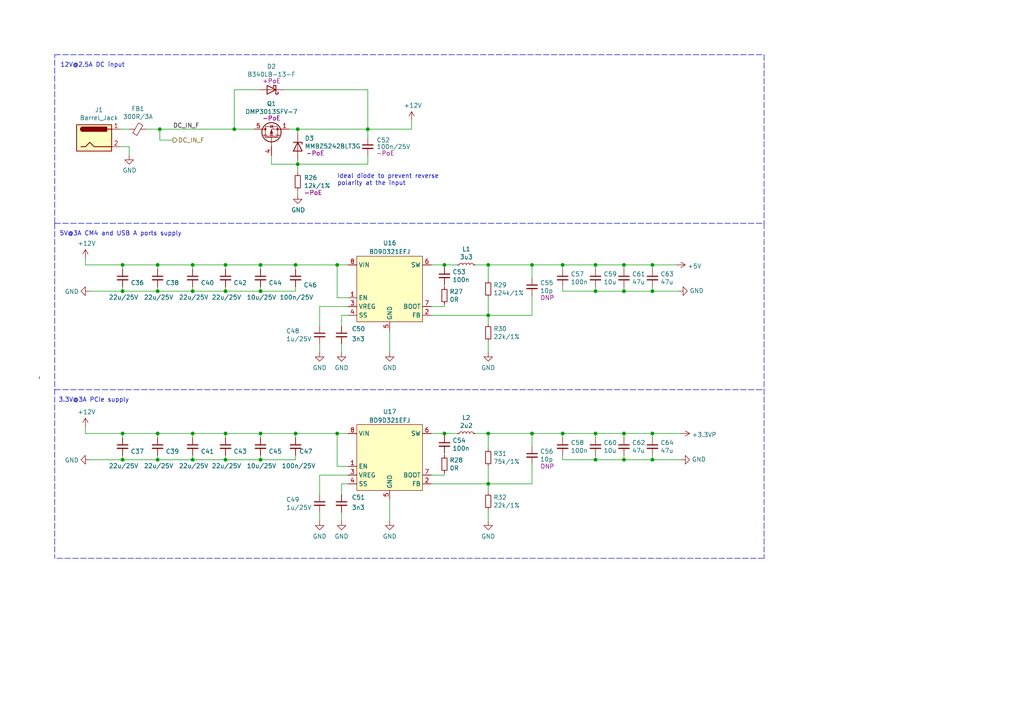
<source format=kicad_sch>
(kicad_sch (version 20210406) (generator eeschema)
  (paper "A4")
  (title_block (title "Power") (date "2021-01-12") (rev "0.1") (company "Nabu Casa") (comment 1 "www.nabucasa.com") (comment 2 "Light Blue"))
  (lib_symbols
    (symbol "Connector:Barrel_Jack" (pin_names (offset 1.016))
      (property "Reference" "J" (at 0 5.334 0))
      (property "Value" "Barrel_Jack" (at 0 -5.08 0))
      (symbol "Barrel_Jack_0_1"
        (arc (start -3.302 3.175) (end -3.302 1.905) (radius (at -3.302 2.54) (length 0.635) (angles 90.1 -90.1)) (stroke (width 0.254)))
        (arc (start -3.302 3.175) (end -3.302 1.905) (radius (at -3.302 2.54) (length 0.635) (angles 90.1 -90.1)) (stroke (width 0.254)) (fill (type outline)))
        (rectangle (start 3.683 3.175) (end -3.302 1.905) (stroke (width 0.254)) (fill (type outline)))
        (rectangle (start -5.08 3.81) (end 5.08 -3.81) (stroke (width 0.254)) (fill (type background)))
        (polyline (pts (xy 5.08 2.54) (xy 3.81 2.54)) (stroke (width 0.254)))
        (polyline (pts (xy -3.81 -2.54) (xy -2.54 -2.54) (xy -1.27 -1.27) (xy 0 -2.54) (xy 2.54 -2.54) (xy 5.08 -2.54)) (stroke (width 0.254)))
      )
      (symbol "Barrel_Jack_1_1"
        (pin passive line (at 7.62 2.54 180) (length 2.54) (name "~") (number "1"))
        (pin passive line (at 7.62 -2.54 180) (length 2.54) (name "~") (number "2"))
      )
    )
    (symbol "Device:C_Small" (pin_numbers hide) (pin_names (offset 0.254) hide)
      (property "Reference" "C" (at 0.254 1.778 0))
      (property "Value" "C_Small" (at 0.254 -2.032 0))
      (symbol "C_Small_0_1"
        (polyline (pts (xy -1.524 -0.508) (xy 1.524 -0.508)) (stroke (width 0.3302)))
        (polyline (pts (xy -1.524 0.508) (xy 1.524 0.508)) (stroke (width 0.3048)))
      )
      (symbol "C_Small_1_1"
        (pin passive line (at 0 2.54 270) (length 2.032) (name "~") (number "1"))
        (pin passive line (at 0 -2.54 90) (length 2.032) (name "~") (number "2"))
      )
    )
    (symbol "Device:D_Schottky" (pin_numbers hide) (pin_names (offset 1.016) hide)
      (property "Reference" "D" (at 0 2.54 0))
      (property "Value" "D_Schottky" (at 0 -2.54 0))
      (symbol "D_Schottky_0_1"
        (polyline (pts (xy 1.27 0) (xy -1.27 0)))
        (polyline (pts (xy 1.27 1.27) (xy 1.27 -1.27) (xy -1.27 0) (xy 1.27 1.27)) (stroke (width 0.254)))
        (polyline (pts (xy -1.905 0.635) (xy -1.905 1.27) (xy -1.27 1.27) (xy -1.27 -1.27) (xy -0.635 -1.27) (xy -0.635 -0.635)) (stroke (width 0.254)))
      )
      (symbol "D_Schottky_1_1"
        (pin passive line (at -3.81 0 0) (length 2.54) (name "K") (number "1"))
        (pin passive line (at 3.81 0 180) (length 2.54) (name "A") (number "2"))
      )
    )
    (symbol "Device:Ferrite_Bead_Small" (pin_numbers hide) (pin_names (offset 0))
      (property "Reference" "FB" (at 1.905 1.27 0))
      (property "Value" "Ferrite_Bead_Small" (at 1.905 -1.27 0))
      (symbol "Ferrite_Bead_Small_0_1"
        (polyline (pts (xy 0 -1.27) (xy 0 -0.7874)))
        (polyline (pts (xy 0 0.889) (xy 0 1.2954)))
        (polyline (pts (xy -1.8288 0.2794) (xy -1.1176 1.4986) (xy 1.8288 -0.2032) (xy 1.1176 -1.4224) (xy -1.8288 0.2794)))
      )
      (symbol "Ferrite_Bead_Small_1_1"
        (pin passive line (at 0 2.54 270) (length 1.27) (name "~") (number "1"))
        (pin passive line (at 0 -2.54 90) (length 1.27) (name "~") (number "2"))
      )
    )
    (symbol "Device:L_Small" (pin_numbers hide) (pin_names (offset 0.254) hide)
      (property "Reference" "L" (at 0.762 1.016 0))
      (property "Value" "L_Small" (at 0.762 -1.016 0))
      (symbol "L_Small_0_1"
        (arc (start 0 -2.032) (end 0 -1.016) (radius (at 0 -1.524) (length 0.508) (angles -89.9 89.9)))
        (arc (start 0 -1.016) (end 0 0) (radius (at 0 -0.508) (length 0.508) (angles -89.9 89.9)))
        (arc (start 0 0) (end 0 1.016) (radius (at 0 0.508) (length 0.508) (angles -89.9 89.9)))
        (arc (start 0 1.016) (end 0 2.032) (radius (at 0 1.524) (length 0.508) (angles -89.9 89.9)))
      )
      (symbol "L_Small_1_1"
        (pin passive line (at 0 2.54 270) (length 0.508) (name "~") (number "1"))
        (pin passive line (at 0 -2.54 90) (length 0.508) (name "~") (number "2"))
      )
    )
    (symbol "Device:R_Small" (pin_numbers hide) (pin_names (offset 0.254) hide)
      (property "Reference" "R" (at 0.762 0.508 0))
      (property "Value" "R_Small" (at 0.762 -1.016 0))
      (symbol "R_Small_0_1"
        (rectangle (start -0.762 1.778) (end 0.762 -1.778) (stroke (width 0.2032)))
      )
      (symbol "R_Small_1_1"
        (pin passive line (at 0 2.54 270) (length 0.762) (name "~") (number "1"))
        (pin passive line (at 0 -2.54 90) (length 0.762) (name "~") (number "2"))
      )
    )
    (symbol "Diode:BZX84Cxx" (pin_numbers hide) (pin_names hide)
      (property "Reference" "D" (at 0 2.54 0))
      (property "Value" "BZX84Cxx" (at 0 -2.54 0))
      (symbol "BZX84Cxx_0_1"
        (polyline (pts (xy 1.27 0) (xy -1.27 0)))
        (polyline (pts (xy -1.27 -1.27) (xy -1.27 1.27) (xy -0.762 1.27)) (stroke (width 0.254)))
        (polyline (pts (xy 1.27 -1.27) (xy 1.27 1.27) (xy -1.27 0) (xy 1.27 -1.27)) (stroke (width 0.254)))
      )
      (symbol "BZX84Cxx_1_1"
        (pin passive line (at -3.81 0 0) (length 2.54) (name "K") (number "1"))
        (pin passive line (at 3.81 0 180) (length 2.54) (name "A") (number "2"))
      )
    )
    (symbol "LightBlue:BD9D321EFJ"
      (property "Reference" "U" (at 0 13.335 0))
      (property "Value" "BD9D321EFJ" (at 0 10.795 0))
      (symbol "BD9D321EFJ_0_1"
        (rectangle (start -9.525 9.525) (end 9.525 -9.525) (stroke (width 0.1524)) (fill (type background)))
      )
      (symbol "BD9D321EFJ_1_1"
        (pin input line (at -12.065 -2.54 0) (length 2.54) (name "EN") (number "1"))
        (pin passive line (at 12.065 -7.62 180) (length 2.54) (name "FB") (number "2"))
        (pin power_out line (at -12.065 -5.08 0) (length 2.54) (name "VREG") (number "3"))
        (pin input line (at -12.065 -7.62 0) (length 2.54) (name "SS") (number "4"))
        (pin power_in line (at 0 -12.065 90) (length 2.54) (name "GND") (number "5"))
        (pin power_out line (at 12.065 6.985 180) (length 2.54) (name "SW") (number "6"))
        (pin input line (at 12.065 -5.08 180) (length 2.54) (name "BOOT") (number "7"))
        (pin power_in line (at -12.065 6.985 0) (length 2.54) (name "VIN") (number "8"))
        (pin passive line (at 0 -12.065 90) (length 2.54) hide (name "GND") (number "9"))
      )
    )
    (symbol "LightBlue:BD9D321EFJ_1"
      (property "Reference" "U" (at 0 13.335 0))
      (property "Value" "BD9D321EFJ" (at 0 10.795 0))
      (symbol "BD9D321EFJ_1_0_1"
        (rectangle (start -9.525 9.525) (end 9.525 -9.525) (stroke (width 0.1524)) (fill (type background)))
      )
      (symbol "BD9D321EFJ_1_1_1"
        (pin input line (at -12.065 -2.54 0) (length 2.54) (name "EN") (number "1"))
        (pin passive line (at 12.065 -7.62 180) (length 2.54) (name "FB") (number "2"))
        (pin power_out line (at -12.065 -5.08 0) (length 2.54) (name "VREG") (number "3"))
        (pin input line (at -12.065 -7.62 0) (length 2.54) (name "SS") (number "4"))
        (pin power_in line (at 0 -12.065 90) (length 2.54) (name "GND") (number "5"))
        (pin power_out line (at 12.065 6.985 180) (length 2.54) (name "SW") (number "6"))
        (pin input line (at 12.065 -5.08 180) (length 2.54) (name "BOOT") (number "7"))
        (pin power_in line (at -12.065 6.985 0) (length 2.54) (name "VIN") (number "8"))
        (pin passive line (at 0 -12.065 90) (length 2.54) hide (name "GND") (number "9"))
      )
    )
    (symbol "Transistor_FET:DMP3013SFV" (pin_names hide)
      (property "Reference" "Q" (at 5.08 1.905 0))
      (property "Value" "DMP3013SFV" (at 5.08 0 0))
      (symbol "DMP3013SFV_0_1"
        (circle (center 1.651 0) (radius 2.794) (stroke (width 0.254)))
        (circle (center 2.54 -1.778) (radius 0.254) (fill (type outline)))
        (circle (center 2.54 1.778) (radius 0.254) (fill (type outline)))
        (polyline (pts (xy 0.254 0) (xy -2.54 0)))
        (polyline (pts (xy 0.254 1.905) (xy 0.254 -1.905)) (stroke (width 0.254)))
        (polyline (pts (xy 0.762 -1.27) (xy 0.762 -2.286)) (stroke (width 0.254)))
        (polyline (pts (xy 0.762 0.508) (xy 0.762 -0.508)) (stroke (width 0.254)))
        (polyline (pts (xy 0.762 2.286) (xy 0.762 1.27)) (stroke (width 0.254)))
        (polyline (pts (xy 2.54 2.54) (xy 2.54 1.778)))
        (polyline (pts (xy 2.54 -2.54) (xy 2.54 0) (xy 0.762 0)))
        (polyline (pts (xy 0.762 1.778) (xy 3.302 1.778) (xy 3.302 -1.778) (xy 0.762 -1.778)))
        (polyline (pts (xy 2.794 -0.508) (xy 2.921 -0.381) (xy 3.683 -0.381) (xy 3.81 -0.254)))
        (polyline (pts (xy 3.302 -0.381) (xy 2.921 0.254) (xy 3.683 0.254) (xy 3.302 -0.381)))
        (polyline (pts (xy 2.286 0) (xy 1.27 0.381) (xy 1.27 -0.381) (xy 2.286 0)) (fill (type outline)))
      )
      (symbol "DMP3013SFV_1_1"
        (pin passive line (at 2.54 -5.08 90) (length 2.54) (name "S") (number "1"))
        (pin passive line (at 2.54 -5.08 90) (length 2.54) hide (name "S") (number "2"))
        (pin passive line (at 2.54 -5.08 90) (length 2.54) hide (name "S") (number "3"))
        (pin passive line (at -5.08 0 0) (length 2.54) (name "G") (number "4"))
        (pin passive line (at 2.54 5.08 270) (length 2.54) (name "D") (number "5"))
      )
    )
    (symbol "power:+12V" (power) (pin_names (offset 0))
      (property "Value" "+12V" (at 0 3.556 0))
      (symbol "+12V_0_1"
        (polyline (pts (xy -0.762 1.27) (xy 0 2.54)))
        (polyline (pts (xy 0 0) (xy 0 2.54)))
        (polyline (pts (xy 0 2.54) (xy 0.762 1.27)))
      )
      (symbol "+12V_1_1"
        (pin power_in line (at 0 0 90) (length 0) hide (name "+12V") (number "1"))
      )
    )
    (symbol "power:+3.3VP" (power) (pin_names (offset 0))
      (property "Value" "+3.3VP" (at 0 2.54 0))
      (symbol "+3.3VP_0_0"
        (pin power_in line (at 0 0 90) (length 0) hide (name "+3.3VP") (number "1"))
      )
      (symbol "+3.3VP_0_1"
        (polyline (pts (xy -0.762 1.27) (xy 0 2.54)))
        (polyline (pts (xy 0 0) (xy 0 2.54)))
        (polyline (pts (xy 0 2.54) (xy 0.762 1.27)))
      )
    )
    (symbol "power:+5V" (power) (pin_names (offset 0))
      (property "Value" "+5V" (at 0 3.556 0))
      (symbol "+5V_0_1"
        (polyline (pts (xy -0.762 1.27) (xy 0 2.54)))
        (polyline (pts (xy 0 0) (xy 0 2.54)))
        (polyline (pts (xy 0 2.54) (xy 0.762 1.27)))
      )
      (symbol "+5V_1_1"
        (pin power_in line (at 0 0 90) (length 0) hide (name "+5V") (number "1"))
      )
    )
    (symbol "power:GND" (power) (pin_names (offset 0))
      (property "Value" "GND" (at 0 -3.81 0))
      (symbol "GND_0_1"
        (polyline (pts (xy 0 0) (xy 0 -1.27) (xy 1.27 -1.27) (xy 0 -2.54) (xy -1.27 -1.27) (xy 0 -1.27)))
      )
      (symbol "GND_1_1"
        (pin power_in line (at 0 0 270) (length 0) hide (name "GND") (number "1"))
      )
    )
  )
  (junction (at 35.56 76.835) (diameter 0.9144))
  (junction (at 35.56 84.455) (diameter 0.9144))
  (junction (at 35.56 125.73) (diameter 0.9144))
  (junction (at 35.56 133.35) (diameter 0.9144))
  (junction (at 45.72 76.835) (diameter 0.9144))
  (junction (at 45.72 84.455) (diameter 0.9144))
  (junction (at 45.72 125.73) (diameter 0.9144))
  (junction (at 45.72 133.35) (diameter 0.9144))
  (junction (at 46.355 37.465) (diameter 0.9144))
  (junction (at 55.88 76.835) (diameter 0.9144))
  (junction (at 55.88 84.455) (diameter 0.9144))
  (junction (at 55.88 125.73) (diameter 0.9144))
  (junction (at 55.88 133.35) (diameter 0.9144))
  (junction (at 65.405 76.835) (diameter 0.9144))
  (junction (at 65.405 84.455) (diameter 0.9144))
  (junction (at 65.405 125.73) (diameter 0.9144))
  (junction (at 65.405 133.35) (diameter 0.9144))
  (junction (at 67.945 37.465) (diameter 0.9144))
  (junction (at 75.565 76.835) (diameter 0.9144))
  (junction (at 75.565 84.455) (diameter 0.9144))
  (junction (at 75.565 125.73) (diameter 0.9144))
  (junction (at 75.565 133.35) (diameter 0.9144))
  (junction (at 85.725 76.835) (diameter 0.9144))
  (junction (at 85.725 125.73) (diameter 0.9144))
  (junction (at 86.36 37.465) (diameter 0.9144))
  (junction (at 86.36 47.625) (diameter 0.9144))
  (junction (at 97.79 76.835) (diameter 0.9144))
  (junction (at 97.79 125.73) (diameter 0.9144))
  (junction (at 106.68 37.465) (diameter 0.9144))
  (junction (at 128.905 76.835) (diameter 0.9144))
  (junction (at 128.905 125.73) (diameter 0.9144))
  (junction (at 141.605 76.835) (diameter 0.9144))
  (junction (at 141.605 91.44) (diameter 0.9144))
  (junction (at 141.605 125.73) (diameter 0.9144))
  (junction (at 141.605 140.335) (diameter 0.9144))
  (junction (at 154.305 76.835) (diameter 0.9144))
  (junction (at 154.305 125.73) (diameter 0.9144))
  (junction (at 163.195 76.835) (diameter 0.9144))
  (junction (at 163.195 125.73) (diameter 0.9144))
  (junction (at 172.72 76.835) (diameter 0.9144))
  (junction (at 172.72 84.455) (diameter 0.9144))
  (junction (at 172.72 125.73) (diameter 0.9144))
  (junction (at 172.72 133.35) (diameter 0.9144))
  (junction (at 180.975 76.835) (diameter 0.9144))
  (junction (at 180.975 84.455) (diameter 0.9144))
  (junction (at 180.975 125.73) (diameter 0.9144))
  (junction (at 180.975 133.35) (diameter 0.9144))
  (junction (at 189.23 76.835) (diameter 0.9144))
  (junction (at 189.23 84.455) (diameter 0.9144))
  (junction (at 189.23 125.73) (diameter 0.9144))
  (junction (at 189.23 133.35) (diameter 0.9144))
  (wire (pts (xy 24.765 74.93) (xy 24.765 76.835)))
  (wire (pts (xy 24.765 76.835) (xy 35.56 76.835)))
  (wire (pts (xy 24.765 123.825) (xy 24.765 125.73)))
  (wire (pts (xy 24.765 125.73) (xy 35.56 125.73)))
  (wire (pts (xy 26.035 84.455) (xy 35.56 84.455)))
  (wire (pts (xy 26.035 133.35) (xy 35.56 133.35)))
  (wire (pts (xy 34.925 37.465) (xy 37.465 37.465)))
  (wire (pts (xy 34.925 42.545) (xy 37.465 42.545)))
  (wire (pts (xy 35.56 76.835) (xy 35.56 78.105)))
  (wire (pts (xy 35.56 76.835) (xy 45.72 76.835)))
  (wire (pts (xy 35.56 83.185) (xy 35.56 84.455)))
  (wire (pts (xy 35.56 84.455) (xy 45.72 84.455)))
  (wire (pts (xy 35.56 125.73) (xy 35.56 127)))
  (wire (pts (xy 35.56 125.73) (xy 45.72 125.73)))
  (wire (pts (xy 35.56 132.08) (xy 35.56 133.35)))
  (wire (pts (xy 35.56 133.35) (xy 45.72 133.35)))
  (wire (pts (xy 37.465 42.545) (xy 37.465 45.085)))
  (wire (pts (xy 42.545 37.465) (xy 46.355 37.465)))
  (wire (pts (xy 45.72 76.835) (xy 45.72 78.105)))
  (wire (pts (xy 45.72 76.835) (xy 55.88 76.835)))
  (wire (pts (xy 45.72 83.185) (xy 45.72 84.455)))
  (wire (pts (xy 45.72 84.455) (xy 55.88 84.455)))
  (wire (pts (xy 45.72 125.73) (xy 45.72 127)))
  (wire (pts (xy 45.72 125.73) (xy 55.88 125.73)))
  (wire (pts (xy 45.72 132.08) (xy 45.72 133.35)))
  (wire (pts (xy 45.72 133.35) (xy 55.88 133.35)))
  (wire (pts (xy 46.355 37.465) (xy 67.945 37.465)))
  (wire (pts (xy 46.355 40.64) (xy 46.355 37.465)))
  (wire (pts (xy 50.165 40.64) (xy 46.355 40.64)))
  (wire (pts (xy 55.88 76.835) (xy 55.88 78.105)))
  (wire (pts (xy 55.88 76.835) (xy 65.405 76.835)))
  (wire (pts (xy 55.88 83.185) (xy 55.88 84.455)))
  (wire (pts (xy 55.88 84.455) (xy 65.405 84.455)))
  (wire (pts (xy 55.88 125.73) (xy 55.88 127)))
  (wire (pts (xy 55.88 125.73) (xy 65.405 125.73)))
  (wire (pts (xy 55.88 132.08) (xy 55.88 133.35)))
  (wire (pts (xy 55.88 133.35) (xy 65.405 133.35)))
  (wire (pts (xy 65.405 76.835) (xy 65.405 78.105)))
  (wire (pts (xy 65.405 76.835) (xy 75.565 76.835)))
  (wire (pts (xy 65.405 84.455) (xy 65.405 83.185)))
  (wire (pts (xy 65.405 84.455) (xy 75.565 84.455)))
  (wire (pts (xy 65.405 125.73) (xy 65.405 127)))
  (wire (pts (xy 65.405 125.73) (xy 75.565 125.73)))
  (wire (pts (xy 65.405 132.08) (xy 65.405 133.35)))
  (wire (pts (xy 65.405 133.35) (xy 75.565 133.35)))
  (wire (pts (xy 67.945 26.035) (xy 74.93 26.035)))
  (wire (pts (xy 67.945 37.465) (xy 67.945 26.035)))
  (wire (pts (xy 67.945 37.465) (xy 73.66 37.465)))
  (wire (pts (xy 75.565 76.835) (xy 75.565 78.105)))
  (wire (pts (xy 75.565 76.835) (xy 85.725 76.835)))
  (wire (pts (xy 75.565 83.185) (xy 75.565 84.455)))
  (wire (pts (xy 75.565 84.455) (xy 85.725 84.455)))
  (wire (pts (xy 75.565 125.73) (xy 75.565 127)))
  (wire (pts (xy 75.565 125.73) (xy 85.725 125.73)))
  (wire (pts (xy 75.565 132.08) (xy 75.565 133.35)))
  (wire (pts (xy 75.565 133.35) (xy 85.725 133.35)))
  (wire (pts (xy 78.74 45.085) (xy 78.74 47.625)))
  (wire (pts (xy 78.74 47.625) (xy 86.36 47.625)))
  (wire (pts (xy 82.55 26.035) (xy 106.68 26.035)))
  (wire (pts (xy 83.82 37.465) (xy 86.36 37.465)))
  (wire (pts (xy 85.725 76.835) (xy 85.725 78.105)))
  (wire (pts (xy 85.725 76.835) (xy 97.79 76.835)))
  (wire (pts (xy 85.725 84.455) (xy 85.725 83.185)))
  (wire (pts (xy 85.725 125.73) (xy 85.725 127)))
  (wire (pts (xy 85.725 125.73) (xy 97.79 125.73)))
  (wire (pts (xy 85.725 132.08) (xy 85.725 133.35)))
  (wire (pts (xy 86.36 37.465) (xy 86.36 38.735)))
  (wire (pts (xy 86.36 37.465) (xy 106.68 37.465)))
  (wire (pts (xy 86.36 46.355) (xy 86.36 47.625)))
  (wire (pts (xy 86.36 47.625) (xy 86.36 50.165)))
  (wire (pts (xy 86.36 47.625) (xy 106.68 47.625)))
  (wire (pts (xy 86.36 55.245) (xy 86.36 56.515)))
  (wire (pts (xy 92.71 88.9) (xy 92.71 94.615)))
  (wire (pts (xy 92.71 99.695) (xy 92.71 102.235)))
  (wire (pts (xy 92.71 137.795) (xy 92.71 143.51)))
  (wire (pts (xy 92.71 148.59) (xy 92.71 151.13)))
  (wire (pts (xy 97.79 76.835) (xy 100.965 76.835)))
  (wire (pts (xy 97.79 86.36) (xy 97.79 76.835)))
  (wire (pts (xy 97.79 125.73) (xy 97.79 135.255)))
  (wire (pts (xy 97.79 125.73) (xy 100.965 125.73)))
  (wire (pts (xy 97.79 135.255) (xy 100.965 135.255)))
  (wire (pts (xy 99.06 91.44) (xy 99.06 94.615)))
  (wire (pts (xy 99.06 91.44) (xy 100.965 91.44)))
  (wire (pts (xy 99.06 99.695) (xy 99.06 102.235)))
  (wire (pts (xy 99.06 140.335) (xy 99.06 143.51)))
  (wire (pts (xy 99.06 140.335) (xy 100.965 140.335)))
  (wire (pts (xy 99.06 148.59) (xy 99.06 151.13)))
  (wire (pts (xy 100.965 86.36) (xy 97.79 86.36)))
  (wire (pts (xy 100.965 88.9) (xy 92.71 88.9)))
  (wire (pts (xy 100.965 137.795) (xy 92.71 137.795)))
  (wire (pts (xy 106.68 26.035) (xy 106.68 37.465)))
  (wire (pts (xy 106.68 37.465) (xy 106.68 40.005)))
  (wire (pts (xy 106.68 45.085) (xy 106.68 47.625)))
  (wire (pts (xy 113.03 95.885) (xy 113.03 102.235)))
  (wire (pts (xy 113.03 144.78) (xy 113.03 151.13)))
  (wire (pts (xy 119.38 34.925) (xy 119.38 37.465)))
  (wire (pts (xy 119.38 37.465) (xy 106.68 37.465)))
  (wire (pts (xy 125.095 76.835) (xy 128.905 76.835)))
  (wire (pts (xy 125.095 88.9) (xy 128.905 88.9)))
  (wire (pts (xy 125.095 91.44) (xy 141.605 91.44)))
  (wire (pts (xy 125.095 125.73) (xy 128.905 125.73)))
  (wire (pts (xy 125.095 137.795) (xy 128.905 137.795)))
  (wire (pts (xy 125.095 140.335) (xy 141.605 140.335)))
  (wire (pts (xy 128.905 76.835) (xy 128.905 77.47)))
  (wire (pts (xy 128.905 76.835) (xy 132.715 76.835)))
  (wire (pts (xy 128.905 82.55) (xy 128.905 83.185)))
  (wire (pts (xy 128.905 88.265) (xy 128.905 88.9)))
  (wire (pts (xy 128.905 125.73) (xy 128.905 126.365)))
  (wire (pts (xy 128.905 125.73) (xy 132.715 125.73)))
  (wire (pts (xy 128.905 131.445) (xy 128.905 132.08)))
  (wire (pts (xy 128.905 137.16) (xy 128.905 137.795)))
  (wire (pts (xy 137.795 76.835) (xy 141.605 76.835)))
  (wire (pts (xy 137.795 125.73) (xy 141.605 125.73)))
  (wire (pts (xy 141.605 76.835) (xy 141.605 81.28)))
  (wire (pts (xy 141.605 76.835) (xy 154.305 76.835)))
  (wire (pts (xy 141.605 86.36) (xy 141.605 91.44)))
  (wire (pts (xy 141.605 91.44) (xy 141.605 93.98)))
  (wire (pts (xy 141.605 91.44) (xy 154.305 91.44)))
  (wire (pts (xy 141.605 99.06) (xy 141.605 102.235)))
  (wire (pts (xy 141.605 125.73) (xy 141.605 130.175)))
  (wire (pts (xy 141.605 125.73) (xy 154.305 125.73)))
  (wire (pts (xy 141.605 135.255) (xy 141.605 140.335)))
  (wire (pts (xy 141.605 140.335) (xy 141.605 142.875)))
  (wire (pts (xy 141.605 140.335) (xy 154.305 140.335)))
  (wire (pts (xy 141.605 147.955) (xy 141.605 151.13)))
  (wire (pts (xy 154.305 76.835) (xy 154.305 80.645)))
  (wire (pts (xy 154.305 76.835) (xy 163.195 76.835)))
  (wire (pts (xy 154.305 85.725) (xy 154.305 91.44)))
  (wire (pts (xy 154.305 125.73) (xy 154.305 129.54)))
  (wire (pts (xy 154.305 125.73) (xy 163.195 125.73)))
  (wire (pts (xy 154.305 134.62) (xy 154.305 140.335)))
  (wire (pts (xy 163.195 76.835) (xy 163.195 78.105)))
  (wire (pts (xy 163.195 76.835) (xy 172.72 76.835)))
  (wire (pts (xy 163.195 83.185) (xy 163.195 84.455)))
  (wire (pts (xy 163.195 84.455) (xy 172.72 84.455)))
  (wire (pts (xy 163.195 125.73) (xy 163.195 127)))
  (wire (pts (xy 163.195 125.73) (xy 172.72 125.73)))
  (wire (pts (xy 163.195 132.08) (xy 163.195 133.35)))
  (wire (pts (xy 163.195 133.35) (xy 172.72 133.35)))
  (wire (pts (xy 172.72 76.835) (xy 172.72 78.105)))
  (wire (pts (xy 172.72 76.835) (xy 180.975 76.835)))
  (wire (pts (xy 172.72 83.185) (xy 172.72 84.455)))
  (wire (pts (xy 172.72 84.455) (xy 180.975 84.455)))
  (wire (pts (xy 172.72 125.73) (xy 172.72 127)))
  (wire (pts (xy 172.72 125.73) (xy 180.975 125.73)))
  (wire (pts (xy 172.72 132.08) (xy 172.72 133.35)))
  (wire (pts (xy 172.72 133.35) (xy 180.975 133.35)))
  (wire (pts (xy 180.975 76.835) (xy 180.975 78.105)))
  (wire (pts (xy 180.975 76.835) (xy 189.23 76.835)))
  (wire (pts (xy 180.975 83.185) (xy 180.975 84.455)))
  (wire (pts (xy 180.975 84.455) (xy 189.23 84.455)))
  (wire (pts (xy 180.975 125.73) (xy 180.975 127)))
  (wire (pts (xy 180.975 125.73) (xy 189.23 125.73)))
  (wire (pts (xy 180.975 132.08) (xy 180.975 133.35)))
  (wire (pts (xy 180.975 133.35) (xy 189.23 133.35)))
  (wire (pts (xy 189.23 76.835) (xy 189.23 78.105)))
  (wire (pts (xy 189.23 76.835) (xy 196.215 76.835)))
  (wire (pts (xy 189.23 83.185) (xy 189.23 84.455)))
  (wire (pts (xy 189.23 84.455) (xy 196.85 84.455)))
  (wire (pts (xy 189.23 125.73) (xy 189.23 127)))
  (wire (pts (xy 189.23 125.73) (xy 197.485 125.73)))
  (wire (pts (xy 189.23 132.08) (xy 189.23 133.35)))
  (wire (pts (xy 189.23 133.35) (xy 197.485 133.35)))
  (polyline (pts (xy 11.43 109.22) (xy 11.43 109.855)) (stroke (width 0) (type dash)))
  (polyline (pts (xy 15.875 15.875) (xy 221.615 15.875)) (stroke (width 0) (type dash)))
  (polyline (pts (xy 15.875 64.77) (xy 15.875 15.875)) (stroke (width 0) (type dash)))
  (polyline (pts (xy 15.875 64.77) (xy 15.875 161.925)) (stroke (width 0) (type dash)))
  (polyline (pts (xy 15.875 64.77) (xy 221.615 64.77)) (stroke (width 0) (type dash)))
  (polyline (pts (xy 15.875 113.03) (xy 221.615 113.03)) (stroke (width 0) (type dash)))
  (polyline (pts (xy 221.615 15.875) (xy 221.615 64.77)) (stroke (width 0) (type dash)))
  (polyline (pts (xy 221.615 64.77) (xy 221.615 161.925)) (stroke (width 0) (type dash)))
  (polyline (pts (xy 221.615 161.925) (xy 15.875 161.925)) (stroke (width 0) (type dash)))
  (text "12V@2.5A DC input" (at 36.195 19.685 180) (effects (font (size 1.27 1.27)) (justify right bottom)))
  (text "3.3V@3A PCIe supply" (at 37.465 116.84 180) (effects (font (size 1.27 1.27)) (justify right bottom)))
  (text "5V@3A CM4 and USB A ports supply" (at 52.705 68.58 180) (effects (font (size 1.27 1.27)) (justify right bottom)))
  (text "Ideal diode to prevent reverse\npolarity at the input" (at 97.79 53.975 0) (effects (font (size 1.27 1.27)) (justify left bottom)))
  (label "DC_IN_F" (at 50.165 37.465 0))
  (hierarchical_label "DC_IN_F" (shape output) (at 50.165 40.64 0))
  (symbol (lib_id "power:+12V") (at 24.765 74.93 0) (unit 1)
    (property "Reference" "#PWR095" (effects hide))
    (property "Value" "+12V" (at 25.1333 70.6056 0))
  )
  (symbol (lib_id "power:+12V") (at 24.765 123.825 0) (unit 1)
    (property "Reference" "#PWR096" (effects hide))
    (property "Value" "+12V" (at 25.1333 119.5006 0))
  )
  (symbol (lib_id "power:+12V") (at 119.38 34.925 0) (unit 1)
    (property "Reference" "#PWR0107" (effects hide))
    (property "Value" "+12V" (at 119.7483 30.6006 0))
  )
  (symbol (lib_id "power:+5V") (at 196.215 76.835 270) (unit 1)
    (property "Reference" "#PWR0110" (effects hide))
    (property "Value" "+5V" (at 199.3901 77.2033 90) (effects (justify left)))
  )
  (symbol (lib_id "power:+3.3VP") (at 197.485 125.73 270) (unit 1)
    (property "Reference" "#PWR0112" (effects hide))
    (property "Value" "+3.3VP" (at 200.6601 126.0983 90) (effects (justify left)))
  )
  (symbol (lib_id "Device:L_Small") (at 135.255 76.835 90) (unit 1)
    (property "Reference" "L1" (at 135.255 72.2438 90))
    (property "Value" "3u3" (at 135.255 74.543 90))
    (property "Footprint" "Inductor_SMD:L_Taiyo-Yuden_NR-80xx" (effects hide))
    (property "Manufacturer" "Taiyo Yuden" (effects hide))
    (property "PartNumber" "NRS8030T3R3MJGJ" (effects hide))
  )
  (symbol (lib_id "Device:L_Small") (at 135.255 125.73 90) (unit 1)
    (property "Reference" "L2" (at 135.255 121.1388 90))
    (property "Value" "2u2" (at 135.255 123.438 90))
    (property "Footprint" "Inductor_SMD:L_Taiyo-Yuden_NR-50xx" (effects hide))
    (property "Manufacturer" "Taiyo Yuden" (effects hide))
    (property "PartNumber" "‎NRS5040T2R2NMGJ‎" (effects hide))
  )
  (symbol (lib_id "power:GND") (at 26.035 84.455 270) (unit 1)
    (property "Reference" "#PWR097" (effects hide))
    (property "Value" "GND" (at 22.86 84.5693 90) (effects (justify right)))
  )
  (symbol (lib_id "power:GND") (at 26.035 133.35 270) (unit 1)
    (property "Reference" "#PWR098" (effects hide))
    (property "Value" "GND" (at 22.86 133.4643 90) (effects (justify right)))
  )
  (symbol (lib_id "power:GND") (at 37.465 45.085 0) (unit 1)
    (property "Reference" "#PWR099" (effects hide))
    (property "Value" "GND" (at 37.5793 49.4094 0))
  )
  (symbol (lib_id "power:GND") (at 86.36 56.515 0) (unit 1)
    (property "Reference" "#PWR0100" (effects hide))
    (property "Value" "GND" (at 86.487 60.9092 0))
  )
  (symbol (lib_id "power:GND") (at 92.71 102.235 0) (unit 1)
    (property "Reference" "#PWR0101" (effects hide))
    (property "Value" "GND" (at 92.71 106.68 0))
  )
  (symbol (lib_id "power:GND") (at 92.71 151.13 0) (unit 1)
    (property "Reference" "#PWR0102" (effects hide))
    (property "Value" "GND" (at 92.71 155.575 0))
  )
  (symbol (lib_id "power:GND") (at 99.06 102.235 0) (unit 1)
    (property "Reference" "#PWR0103" (effects hide))
    (property "Value" "GND" (at 99.06 106.68 0))
  )
  (symbol (lib_id "power:GND") (at 99.06 151.13 0) (unit 1)
    (property "Reference" "#PWR0104" (effects hide))
    (property "Value" "GND" (at 99.06 155.575 0))
  )
  (symbol (lib_id "power:GND") (at 113.03 102.235 0) (unit 1)
    (property "Reference" "#PWR0105" (effects hide))
    (property "Value" "GND" (at 113.03 106.68 0))
  )
  (symbol (lib_id "power:GND") (at 113.03 151.13 0) (unit 1)
    (property "Reference" "#PWR0106" (effects hide))
    (property "Value" "GND" (at 113.03 155.575 0))
  )
  (symbol (lib_id "power:GND") (at 141.605 102.235 0) (unit 1)
    (property "Reference" "#PWR0108" (effects hide))
    (property "Value" "GND" (at 141.605 106.68 0))
  )
  (symbol (lib_id "power:GND") (at 141.605 151.13 0) (unit 1)
    (property "Reference" "#PWR0109" (effects hide))
    (property "Value" "GND" (at 141.605 155.575 0))
  )
  (symbol (lib_id "power:GND") (at 196.85 84.455 90) (unit 1)
    (property "Reference" "#PWR0111" (effects hide))
    (property "Value" "GND" (at 200.0251 84.3407 90) (effects (justify right)))
  )
  (symbol (lib_id "power:GND") (at 197.485 133.35 90) (unit 1)
    (property "Reference" "#PWR0113" (effects hide))
    (property "Value" "GND" (at 200.6601 133.2357 90) (effects (justify right)))
  )
  (symbol (lib_id "Device:R_Small") (at 86.36 52.705 0) (unit 1)
    (property "Reference" "R26" (at 88.138 51.5366 0) (effects (justify left)))
    (property "Value" "12k/1%" (at 88.138 53.848 0) (effects (justify left)))
    (property "Footprint" "Resistor_SMD:R_0402_1005Metric" (effects hide))
    (property "Config" "-PoE" (at 90.805 55.88 0))
  )
  (symbol (lib_id "Device:R_Small") (at 128.905 85.725 180) (unit 1)
    (property "Reference" "R27" (at 130.4037 84.5756 0) (effects (justify right)))
    (property "Value" "0R" (at 130.404 86.874 0) (effects (justify right)))
    (property "Footprint" "Resistor_SMD:R_0402_1005Metric" (effects hide))
  )
  (symbol (lib_id "Device:R_Small") (at 128.905 134.62 180) (unit 1)
    (property "Reference" "R28" (at 130.4037 133.4706 0) (effects (justify right)))
    (property "Value" "0R" (at 130.404 135.769 0) (effects (justify right)))
    (property "Footprint" "Resistor_SMD:R_0402_1005Metric" (effects hide))
  )
  (symbol (lib_id "Device:R_Small") (at 141.605 83.82 180) (unit 1)
    (property "Reference" "R29" (at 143.1037 82.6706 0) (effects (justify right)))
    (property "Value" "124k/1%" (at 143.104 84.969 0) (effects (justify right)))
    (property "Footprint" "Resistor_SMD:R_0402_1005Metric" (effects hide))
  )
  (symbol (lib_id "Device:R_Small") (at 141.605 96.52 180) (unit 1)
    (property "Reference" "R30" (at 143.1037 95.3706 0) (effects (justify right)))
    (property "Value" "22k/1%" (at 143.104 97.669 0) (effects (justify right)))
    (property "Footprint" "Resistor_SMD:R_0402_1005Metric" (effects hide))
  )
  (symbol (lib_id "Device:R_Small") (at 141.605 132.715 180) (unit 1)
    (property "Reference" "R31" (at 143.1037 131.5656 0) (effects (justify right)))
    (property "Value" "75k/1%" (at 143.104 133.864 0) (effects (justify right)))
    (property "Footprint" "Resistor_SMD:R_0402_1005Metric" (effects hide))
  )
  (symbol (lib_id "Device:R_Small") (at 141.605 145.415 180) (unit 1)
    (property "Reference" "R32" (at 143.1037 144.2656 0) (effects (justify right)))
    (property "Value" "22k/1%" (at 143.104 146.564 0) (effects (justify right)))
    (property "Footprint" "Resistor_SMD:R_0402_1005Metric" (effects hide))
  )
  (symbol (lib_id "Device:C_Small") (at 35.56 80.645 0) (unit 1)
    (property "Reference" "C36" (at 37.8842 82.0356 0) (effects (justify left)))
    (property "Value" "22u/25V" (at 31.534 86.239 0) (effects (justify left)))
    (property "Footprint" "Capacitor_SMD:C_0805_2012Metric" (effects hide))
  )
  (symbol (lib_id "Device:C_Small") (at 35.56 129.54 0) (unit 1)
    (property "Reference" "C37" (at 37.8842 130.9306 0) (effects (justify left)))
    (property "Value" "22u/25V" (at 31.534 135.134 0) (effects (justify left)))
    (property "Footprint" "Capacitor_SMD:C_0805_2012Metric" (effects hide))
  )
  (symbol (lib_id "Device:C_Small") (at 45.72 80.645 0) (unit 1)
    (property "Reference" "C38" (at 48.0442 82.0356 0) (effects (justify left)))
    (property "Value" "22u/25V" (at 41.694 86.239 0) (effects (justify left)))
    (property "Footprint" "Capacitor_SMD:C_0805_2012Metric" (effects hide))
  )
  (symbol (lib_id "Device:C_Small") (at 45.72 129.54 0) (unit 1)
    (property "Reference" "C39" (at 48.0442 130.9306 0) (effects (justify left)))
    (property "Value" "22u/25V" (at 41.694 135.134 0) (effects (justify left)))
    (property "Footprint" "Capacitor_SMD:C_0805_2012Metric" (effects hide))
  )
  (symbol (lib_id "Device:C_Small") (at 55.88 80.645 0) (unit 1)
    (property "Reference" "C40" (at 58.2042 82.0356 0) (effects (justify left)))
    (property "Value" "22u/25V" (at 51.854 86.239 0) (effects (justify left)))
    (property "Footprint" "Capacitor_SMD:C_0805_2012Metric" (effects hide))
  )
  (symbol (lib_id "Device:C_Small") (at 55.88 129.54 0) (unit 1)
    (property "Reference" "C41" (at 58.2042 130.9306 0) (effects (justify left)))
    (property "Value" "22u/25V" (at 51.854 135.134 0) (effects (justify left)))
    (property "Footprint" "Capacitor_SMD:C_0805_2012Metric" (effects hide))
  )
  (symbol (lib_id "Device:C_Small") (at 65.405 80.645 0) (unit 1)
    (property "Reference" "C42" (at 67.7292 82.0356 0) (effects (justify left)))
    (property "Value" "22u/25V" (at 61.379 86.239 0) (effects (justify left)))
    (property "Footprint" "Capacitor_SMD:C_0805_2012Metric" (effects hide))
  )
  (symbol (lib_id "Device:C_Small") (at 65.405 129.54 0) (unit 1)
    (property "Reference" "C43" (at 67.7292 130.9306 0) (effects (justify left)))
    (property "Value" "22u/25V" (at 61.379 135.134 0) (effects (justify left)))
    (property "Footprint" "Capacitor_SMD:C_0805_2012Metric" (effects hide))
  )
  (symbol (lib_id "Device:C_Small") (at 75.565 80.645 0) (unit 1)
    (property "Reference" "C44" (at 77.8892 82.0356 0) (effects (justify left)))
    (property "Value" "10u/25V" (at 71.539 86.239 0) (effects (justify left)))
    (property "Footprint" "Capacitor_SMD:C_0805_2012Metric" (effects hide))
  )
  (symbol (lib_id "Device:C_Small") (at 75.565 129.54 0) (unit 1)
    (property "Reference" "C45" (at 77.8892 130.9306 0) (effects (justify left)))
    (property "Value" "10u/25V" (at 71.539 135.134 0) (effects (justify left)))
    (property "Footprint" "Capacitor_SMD:C_0805_2012Metric" (effects hide))
  )
  (symbol (lib_id "Device:C_Small") (at 85.725 80.645 0) (unit 1)
    (property "Reference" "C46" (at 88.0492 82.6706 0) (effects (justify left)))
    (property "Value" "100n/25V" (at 81.064 86.239 0) (effects (justify left)))
    (property "Footprint" "Capacitor_SMD:C_0402_1005Metric" (effects hide))
  )
  (symbol (lib_id "Device:C_Small") (at 85.725 129.54 0) (unit 1)
    (property "Reference" "C47" (at 86.7792 130.9306 0) (effects (justify left)))
    (property "Value" "100n/25V" (at 81.699 135.134 0) (effects (justify left)))
    (property "Footprint" "Capacitor_SMD:C_0402_1005Metric" (effects hide))
  )
  (symbol (lib_id "Device:C_Small") (at 92.71 97.155 0) (unit 1)
    (property "Reference" "C48" (at 82.9692 96.0056 0) (effects (justify left)))
    (property "Value" "1u/25V" (at 82.969 98.304 0) (effects (justify left)))
    (property "Footprint" "Capacitor_SMD:C_0402_1005Metric" (effects hide))
  )
  (symbol (lib_id "Device:C_Small") (at 92.71 146.05 0) (unit 1)
    (property "Reference" "C49" (at 82.9692 144.9006 0) (effects (justify left)))
    (property "Value" "1u/25V" (at 82.969 147.199 0) (effects (justify left)))
    (property "Footprint" "Capacitor_SMD:C_0402_1005Metric" (effects hide))
  )
  (symbol (lib_id "Device:C_Small") (at 99.06 97.155 0) (unit 1)
    (property "Reference" "C50" (at 102.0192 95.3706 0) (effects (justify left)))
    (property "Value" "3n3" (at 102.019 98.304 0) (effects (justify left)))
    (property "Footprint" "Capacitor_SMD:C_0402_1005Metric" (effects hide))
  )
  (symbol (lib_id "Device:C_Small") (at 99.06 146.05 0) (unit 1)
    (property "Reference" "C51" (at 102.0192 144.2656 0) (effects (justify left)))
    (property "Value" "3n3" (at 102.019 147.199 0) (effects (justify left)))
    (property "Footprint" "Capacitor_SMD:C_0402_1005Metric" (effects hide))
  )
  (symbol (lib_id "Device:C_Small") (at 106.68 42.545 0) (unit 1)
    (property "Reference" "C52" (at 109.22 40.64 0) (effects (justify left)))
    (property "Value" "100n/25V" (at 109.22 42.545 0) (effects (justify left)))
    (property "Footprint" "Capacitor_SMD:C_0402_1005Metric" (effects hide))
    (property "Config" "-PoE" (at 111.76 44.45 0))
  )
  (symbol (lib_id "Device:C_Small") (at 128.905 80.01 0) (unit 1)
    (property "Reference" "C53" (at 131.2292 78.8606 0) (effects (justify left)))
    (property "Value" "100n" (at 131.229 81.159 0) (effects (justify left)))
    (property "Footprint" "Capacitor_SMD:C_0402_1005Metric" (effects hide))
  )
  (symbol (lib_id "Device:C_Small") (at 128.905 128.905 0) (unit 1)
    (property "Reference" "C54" (at 131.2292 127.7556 0) (effects (justify left)))
    (property "Value" "100n" (at 131.229 130.054 0) (effects (justify left)))
    (property "Footprint" "Capacitor_SMD:C_0402_1005Metric" (effects hide))
  )
  (symbol (lib_id "Device:C_Small") (at 154.305 83.185 0) (unit 1)
    (property "Reference" "C55" (at 156.6292 82.0356 0) (effects (justify left)))
    (property "Value" "10p" (at 156.629 84.334 0) (effects (justify left)))
    (property "Footprint" "Capacitor_SMD:C_0402_1005Metric" (effects hide))
    (property "Config" "DNP" (at 158.75 86.36 0))
  )
  (symbol (lib_id "Device:C_Small") (at 154.305 132.08 0) (unit 1)
    (property "Reference" "C56" (at 156.6292 130.9306 0) (effects (justify left)))
    (property "Value" "10p" (at 156.629 133.229 0) (effects (justify left)))
    (property "Footprint" "Capacitor_SMD:C_0402_1005Metric" (effects hide))
    (property "Config" "DNP" (at 158.75 135.255 0))
  )
  (symbol (lib_id "Device:C_Small") (at 163.195 80.645 0) (unit 1)
    (property "Reference" "C57" (at 165.5192 79.4956 0) (effects (justify left)))
    (property "Value" "100n" (at 165.519 81.794 0) (effects (justify left)))
    (property "Footprint" "Capacitor_SMD:C_0402_1005Metric" (effects hide))
  )
  (symbol (lib_id "Device:C_Small") (at 163.195 129.54 0) (unit 1)
    (property "Reference" "C58" (at 165.5192 128.3906 0) (effects (justify left)))
    (property "Value" "100n" (at 165.519 130.689 0) (effects (justify left)))
    (property "Footprint" "Capacitor_SMD:C_0402_1005Metric" (effects hide))
  )
  (symbol (lib_id "Device:C_Small") (at 172.72 80.645 0) (unit 1)
    (property "Reference" "C59" (at 175.0442 79.4956 0) (effects (justify left)))
    (property "Value" "10u" (at 175.044 81.794 0) (effects (justify left)))
    (property "Footprint" "Capacitor_SMD:C_0805_2012Metric" (effects hide))
  )
  (symbol (lib_id "Device:C_Small") (at 172.72 129.54 0) (unit 1)
    (property "Reference" "C60" (at 175.0442 128.3906 0) (effects (justify left)))
    (property "Value" "10u" (at 175.044 130.689 0) (effects (justify left)))
    (property "Footprint" "Capacitor_SMD:C_0805_2012Metric" (effects hide))
  )
  (symbol (lib_id "Device:C_Small") (at 180.975 80.645 0) (unit 1)
    (property "Reference" "C61" (at 183.2992 79.4956 0) (effects (justify left)))
    (property "Value" "47u" (at 183.299 81.794 0) (effects (justify left)))
    (property "Footprint" "Capacitor_SMD:C_0805_2012Metric" (effects hide))
  )
  (symbol (lib_id "Device:C_Small") (at 180.975 129.54 0) (unit 1)
    (property "Reference" "C62" (at 183.2992 128.3906 0) (effects (justify left)))
    (property "Value" "47u" (at 183.299 130.689 0) (effects (justify left)))
    (property "Footprint" "Capacitor_SMD:C_0805_2012Metric" (effects hide))
  )
  (symbol (lib_id "Device:C_Small") (at 189.23 80.645 0) (unit 1)
    (property "Reference" "C63" (at 191.5542 79.4956 0) (effects (justify left)))
    (property "Value" "47u" (at 191.554 81.794 0) (effects (justify left)))
    (property "Footprint" "Capacitor_SMD:C_0805_2012Metric" (effects hide))
  )
  (symbol (lib_id "Device:C_Small") (at 189.23 129.54 0) (unit 1)
    (property "Reference" "C64" (at 191.5542 128.3906 0) (effects (justify left)))
    (property "Value" "47u" (at 191.554 130.689 0) (effects (justify left)))
    (property "Footprint" "Capacitor_SMD:C_0805_2012Metric" (effects hide))
  )
  (symbol (lib_id "Device:Ferrite_Bead_Small") (at 40.005 37.465 90) (unit 1)
    (property "Reference" "FB1" (at 40.005 31.553 90))
    (property "Value" "300R/3A" (at 40.005 33.8517 90))
    (property "Footprint" "Resistor_SMD:R_0805_2012Metric" (effects hide))
    (property "Manufacturer" "Würth Elektronik" (effects hide))
    (property "PartNumber" "742792031" (effects hide))
  )
  (symbol (lib_id "Device:D_Schottky") (at 78.74 26.035 180) (unit 1)
    (property "Reference" "D2" (at 78.74 19.285 0))
    (property "Value" "B340LB-13-F" (at 78.74 21.5835 0))
    (property "Footprint" "Diode_SMD:D_SMB" (effects hide))
    (property "Datasheet" "https://www.diodes.com/assets/Datasheets/ds30240.pdf" (effects hide))
    (property "Manufacturer" "Diodes Incorporated" (effects hide))
    (property "PartNumber" "B340LB-13-F" (effects hide))
    (property "Config" "+PoE" (at 78.74 23.495 0))
  )
  (symbol (lib_id "Diode:BZX84Cxx") (at 86.36 42.545 270) (unit 1)
    (property "Reference" "D3" (at 88.392 40.132 90) (effects (justify left)))
    (property "Value" "MMBZ5242BLT3G" (at 88.392 42.418 90) (effects (justify left)))
    (property "Footprint" "Diode_SMD:D_SOT-23_ANK" (effects hide))
    (property "Datasheet" "https://diotec.com/tl_files/diotec/files/pdf/datasheets/bzx84c2v4.pdf" (effects hide))
    (property "Manufacturer" "ON Semiconductor" (effects hide))
    (property "PartNumber" "MMBZ5242BLT3G" (effects hide))
    (property "Config" "-PoE" (at 91.44 44.45 90))
  )
  (symbol (lib_id "Connector:Barrel_Jack") (at 27.305 40.005 0) (unit 1)
    (property "Reference" "J1" (at 28.702 31.8832 0))
    (property "Value" "Barrel_Jack" (at 28.702 34.1819 0))
    (property "Footprint" "LightBlue:BarrelJack_CUI_PJ-002A" (effects hide))
    (property "Manufacturer" "CUI Devices" (effects hide))
    (property "PartNumber" "PJ-002A" (effects hide))
  )
  (symbol (lib_id "Transistor_FET:DMP3013SFV") (at 78.74 40.005 90) (unit 1)
    (property "Reference" "Q1" (at 78.74 30.0736 90))
    (property "Value" "DMP3013SFV-7" (at 78.74 32.385 90))
    (property "Footprint" "Package_SON:Diodes_PowerDI3333-8" (effects hide))
    (property "Datasheet" "https://www.diodes.com/assets/Datasheets/DMP3013SFV.pdf" (effects hide))
    (property "Manufacturer" "Diodes Incorporated" (effects hide))
    (property "PartNumber" "DMP3013SFV-7" (effects hide))
    (property "Config" "-PoE" (at 78.74 34.29 90))
  )
  (symbol (lib_id "LightBlue:BD9D321EFJ") (at 113.03 83.82 0) (unit 1)
    (property "Reference" "U16" (at 113.03 70.485 0))
    (property "Value" "BD9D321EFJ" (at 113.03 73.025 0))
    (property "Footprint" "Package_SO:HTSOP-8-1EP_3.9x4.9mm_P1.27mm_EP2.4x3.2mm_ThermalVias" (effects hide))
    (property "Datasheet" "https://fscdn.rohm.com/en/products/databook/datasheet/ic/power/switching_regulator/bd9d321efj-e.pdf" (effects hide))
    (property "Manufacturer" "Rohm" (effects hide))
    (property "PartNumber" "BD9D321EFJ" (effects hide))
  )
  (symbol (lib_name "LightBlue:BD9D321EFJ_1") (lib_id "LightBlue:BD9D321EFJ") (at 113.03 132.715 0) (unit 1)
    (property "Reference" "U17" (at 113.03 119.38 0))
    (property "Value" "BD9D321EFJ" (at 113.03 121.92 0))
    (property "Footprint" "Package_SO:HTSOP-8-1EP_3.9x4.9mm_P1.27mm_EP2.4x3.2mm_ThermalVias" (effects hide))
    (property "Datasheet" "https://fscdn.rohm.com/en/products/databook/datasheet/ic/power/switching_regulator/bd9d321efj-e.pdf" (effects hide))
    (property "Manufacturer" "Rohm" (effects hide))
    (property "PartNumber" "BD9D321EFJ" (effects hide))
  )
)
</source>
